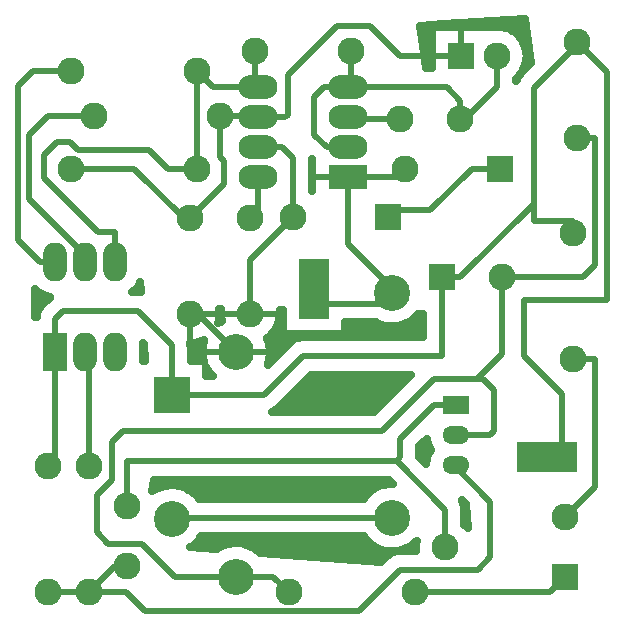
<source format=gbr>
G04 DipTrace 5.0.0.1*
G04 KocBottom.gbr*
%MOIN*%
G04 #@! TF.FileFunction,Copper,L2,Bot*
G04 #@! TF.Part,Single*
G04 #@! TA.AperFunction,CopperBalancing*
%ADD13C,0.02*%
%ADD14C,0.025*%
G04 #@! TA.AperFunction,ComponentPad*
%ADD15C,0.09*%
%ADD16R,0.09X0.09*%
%ADD17R,0.12X0.12*%
%ADD18C,0.12*%
%ADD19R,0.1X0.1*%
%ADD20R,0.13X0.08*%
%ADD21O,0.13X0.08*%
%ADD22R,0.09X0.06*%
%ADD23O,0.09X0.06*%
%ADD24R,0.08X0.13*%
%ADD25O,0.08X0.13*%
%FSLAX26Y26*%
G04*
G70*
G90*
G75*
G01*
G04 Bottom*
%LPD*%
X-852500Y628648D2*
G54D13*
Y518571D1*
X-862503Y508568D1*
X-365000Y612501D2*
Y510000D1*
X-471357Y403643D1*
X-487500D1*
X-862503Y508568D2*
X-941432D1*
X-975000Y475000D1*
Y350000D1*
X-933568Y308568D1*
X-862499D1*
X-862503Y508568D2*
X-533568D1*
X-487500Y462500D1*
Y403643D1*
X-1235007Y-1123995D2*
X-1111005D1*
X-1060000Y-1175000D1*
X-100004Y340000D2*
X-37500D1*
Y-82573D1*
X-79927Y-125000D1*
X-350000D1*
X-1235007Y-1123995D2*
X-1438505D1*
X-1550000Y-1012500D1*
X-1662500D1*
X-1700000Y-975000D1*
Y-850000D1*
X-1650000Y-800000D1*
Y-675000D1*
X-1612500Y-637500D1*
X-750000D1*
X-575000Y-462500D1*
X-433186D1*
X-412500D1*
X-375000Y-500000D1*
Y-637500D1*
X-387501Y-650001D1*
X-503500D1*
X-350000Y-125000D2*
Y-379314D1*
X-433186Y-462500D1*
X-1290000Y412530D2*
X-1166468D1*
X-1162501Y408563D1*
X-1290000Y412530D2*
Y277500D1*
X-1275000Y262500D1*
Y185000D1*
X-1387500Y72500D1*
X-1410000D1*
X-1574994Y237494D1*
X-1785000D1*
X-485000Y612498D2*
X-687498D1*
X-787500Y712500D1*
X-900000D1*
X-1062500Y550000D1*
Y417126D1*
X-1071063Y408563D1*
X-1162501D1*
X-1162497Y208563D2*
Y97503D1*
X-1187500Y72500D1*
X-1162499Y308563D2*
X-1083563D1*
X-1046199Y271199D1*
Y75000D1*
X-1387500Y-247500D2*
X-1187500D1*
Y-66301D1*
X-1046199Y75000D1*
X-1387500Y-247500D2*
X-1361501D1*
X-1235007Y-373995D1*
X-687500Y403643D2*
X-857576D1*
X-862501Y408568D1*
X-862497Y208568D2*
X-700128D1*
X-671199Y237497D1*
X-715007Y-175995D2*
Y-159993D1*
X-862497Y-12503D1*
Y208568D1*
X-975000Y-212500D2*
X-751512D1*
X-715007Y-175995D1*
X-975000Y-212500D2*
Y-112500D1*
X-728801Y75000D2*
Y100000D1*
X-587500D1*
X-449996Y237504D1*
X-353801D1*
X-1162503Y508563D2*
X-1311044D1*
X-1365000Y562519D1*
X-1172500Y628635D2*
Y518560D1*
X-1162503Y508563D1*
X-1365000Y562519D2*
Y237506D1*
X-1462506D1*
X-1525000Y300000D1*
X-1762500D1*
X-1787500Y325000D1*
X-1832573D1*
X-1875000Y282573D1*
Y204927D1*
X-1695073Y25000D1*
X-1637500D1*
Y-75000D1*
X-1710000Y412470D2*
X-1862530D1*
X-1925000Y350000D1*
Y137500D1*
X-1737500Y-50000D1*
Y-75000D1*
X-1785000Y562482D2*
X-1912518D1*
X-1962500Y512500D1*
Y0D1*
X-1887500Y-75000D1*
X-1837500D1*
Y-375000D2*
Y-727496D1*
X-1862504Y-752500D1*
X-1450005Y-518699D2*
Y-349995D1*
X-1562500Y-237500D1*
X-1812500D1*
X-1837500Y-262500D1*
Y-375000D1*
X-112500Y22500D2*
Y62500D1*
X-242570D1*
Y119930D1*
X-487500Y-125000D1*
X-550000D1*
Y-387500D1*
X-1012500D1*
X-1143699Y-518699D1*
X-1450005D1*
X-99996Y660000D2*
Y650004D1*
X-242570Y507430D1*
Y119930D1*
X-150000Y-724998D2*
Y-512500D1*
X-275000Y-387500D1*
Y-200000D1*
X0D1*
Y560004D1*
X-99996Y660000D1*
X-250000Y-725002D2*
X-150000D1*
Y-724998D1*
X-1862496Y-1172500D2*
X-1724996D1*
X-503497Y-750001D2*
Y-759003D1*
X-387497Y-875003D1*
Y-1057573D1*
X-429924Y-1100000D1*
X-687500D1*
X-825000Y-1237500D1*
X-1537500D1*
X-1602500Y-1172500D1*
X-1724996D1*
X-1600000Y-1087500D2*
X-1639996D1*
X-1724996Y-1172500D1*
X-1737500Y-375000D2*
X-1725004D1*
Y-752500D1*
X-537500Y-1025000D2*
Y-900001D1*
X-700000Y-737500D1*
X-1600000D1*
Y-887500D1*
X-700000Y-737500D2*
X-687500Y-725000D1*
Y-662500D1*
X-575001Y-550001D1*
X-503503D1*
X-640000Y-1175000D2*
X-187500D1*
X-137500Y-1125000D1*
X-112500Y-397500D2*
X-37500D1*
Y-825000D1*
X-137500Y-925000D1*
X-715007Y-925995D2*
X-1444689D1*
X-1449995Y-931301D1*
X-980497Y162501D2*
G54D14*
Y266404D1*
X-983197Y269101D1*
X-983199Y162496D1*
X-980496Y162500D1*
X-980462Y208566D2*
G54D13*
X-862497Y208568D1*
X-1111538Y-312369D2*
G54D14*
X-1080493D1*
X-869500D2*
X-676222D1*
X-1125659Y-337238D2*
X-1052988D1*
X-1120133Y-362106D2*
X-1078698D1*
X-1120259Y-386975D2*
X-1103567D1*
X-994987Y-461581D2*
X-671072D1*
X-1019854Y-486450D2*
X-690539D1*
X-1044722Y-511319D2*
X-715407D1*
X-1069591Y-536188D2*
X-740276D1*
X-1094458Y-561056D2*
X-765160D1*
X-1479029Y-809744D2*
X-719354D1*
X-1389013Y-834613D2*
X-783982D1*
X-1360252Y-859482D2*
X-808849D1*
X-1482827Y-823222D2*
X-1475173Y-821142D1*
X-1466110Y-819455D1*
X-1456941Y-818514D1*
X-1447724Y-818323D1*
X-1438522Y-818885D1*
X-1429398Y-820193D1*
X-1420411Y-822241D1*
X-1411619Y-825016D1*
X-1403084Y-828497D1*
X-1394861Y-832664D1*
X-1387004Y-837486D1*
X-1379567Y-842932D1*
X-1372598Y-848967D1*
X-1366146Y-855549D1*
X-1360249Y-862635D1*
X-1359996Y-862996D1*
X-808824Y-862995D1*
X-807517Y-861104D1*
X-801920Y-853780D1*
X-795744Y-846936D1*
X-789031Y-840618D1*
X-781827Y-834867D1*
X-774176Y-829724D1*
X-766133Y-825222D1*
X-757748Y-821390D1*
X-749080Y-818255D1*
X-740185Y-815836D1*
X-731122Y-814150D1*
X-721953Y-813209D1*
X-713555Y-813034D1*
X-726097Y-800499D1*
X-1480631Y-800500D1*
X-1482829Y-823171D1*
X-872000Y-295264D2*
Y-315500D1*
X-1078000D1*
Y-302896D1*
X-1107417Y-303987D1*
X-1109866Y-307307D1*
X-1115807Y-314314D1*
X-1122379Y-320734D1*
X-1129522Y-326510D1*
X-1131787Y-328014D1*
X-1131202Y-329344D1*
X-1130031Y-332171D1*
X-1128937Y-335029D1*
X-1127921Y-337916D1*
X-1126983Y-340828D1*
X-1126125Y-343766D1*
X-1125346Y-346726D1*
X-1124648Y-349705D1*
X-1124030Y-352702D1*
X-1123495Y-355715D1*
X-1123041Y-358741D1*
X-1122669Y-361780D1*
X-1122379Y-364825D1*
X-1122172Y-367879D1*
X-1122049Y-370937D1*
X-1122007Y-373995D1*
X-1122049Y-377056D1*
X-1122172Y-380114D1*
X-1122379Y-383168D1*
X-1122669Y-386214D1*
X-1123041Y-389252D1*
X-1123496Y-392278D1*
X-1124031Y-395291D1*
X-1124648Y-398289D1*
X-1125348Y-401268D1*
X-1126126Y-404227D1*
X-1126984Y-407164D1*
X-1127923Y-410077D1*
X-1128938Y-412965D1*
X-1130114Y-416018D1*
X-1057047Y-342953D1*
X-1050102Y-336953D1*
X-1042358Y-332025D1*
X-1033982Y-328276D1*
X-1025148Y-325782D1*
X-1016038Y-324600D1*
X-1003249Y-324500D1*
X-673304D1*
X-674560Y-287963D1*
X-781320Y-291909D1*
X-872000Y-295268D1*
X-1099131Y-563227D2*
X-986407Y-450500D1*
X-668955Y-450493D1*
X-668399Y-466804D1*
X-776096Y-574500D1*
X-1114448D1*
X-1112564Y-573469D1*
X-1104930Y-568357D1*
X-1099131Y-563227D1*
X-1122042Y-373995D2*
G54D13*
X-1235007D1*
X-1565430Y-161713D2*
G54D14*
X-1556042D1*
X-1902402Y-186581D2*
X-1873958D1*
X-1903066Y-211450D2*
X-1878049D1*
X-1544677Y-405699D2*
X-1539976D1*
X-1543308Y-345789D1*
X-1544667Y-344429D1*
X-1544500Y-350000D1*
Y-400000D1*
X-1544782Y-405705D1*
X-1906753Y-257000D2*
X-1900259D1*
X-1899832Y-253346D1*
X-1897840Y-244387D1*
X-1894568Y-235811D1*
X-1890084Y-227803D1*
X-1884479Y-220525D1*
X-1875798Y-211702D1*
X-1857041Y-192946D1*
X-1856633Y-191010D1*
X-1865514Y-188680D1*
X-1874123Y-185486D1*
X-1882375Y-181457D1*
X-1890189Y-176634D1*
X-1897491Y-171064D1*
X-1904331Y-164661D1*
X-1906759Y-257005D1*
X-1554631Y-142022D2*
X-1555614Y-144087D1*
X-1560361Y-151948D1*
X-1565860Y-159302D1*
X-1572058Y-166077D1*
X-1578892Y-172209D1*
X-1582025Y-174504D1*
X-1562500Y-174500D1*
X-1553337Y-175171D1*
X-1553268Y-166528D1*
X-1554619Y-142190D1*
X-626996Y-249869D2*
X-615507D1*
X-1090853Y-274738D2*
X-1080493D1*
X-657568D2*
X-615507D1*
X-1101995Y-299606D2*
X-1080493D1*
X-869501D2*
X-615507D1*
X-1124350Y-324475D2*
X-615507D1*
X-1384510Y-349344D2*
X-1347777D1*
X-1122234D2*
X-1065944D1*
X-1384510Y-374213D2*
X-1350504D1*
X-1119507D2*
X-1090811D1*
X-1384510Y-399081D2*
X-1347688D1*
X-1334507Y-448819D2*
X-1322192D1*
X-1007098Y-473688D2*
X-677783D1*
X-1031966Y-498556D2*
X-702651D1*
X-1056835Y-523425D2*
X-727520D1*
X-1081702Y-548294D2*
X-752387D1*
X-1109530Y-573163D2*
X-777255D1*
X-622008Y-697507D2*
X-589060D1*
X-622008Y-722375D2*
X-599269D1*
X-1509908Y-821850D2*
X-1480602D1*
X-1419390D2*
X-761358D1*
X-1372562Y-846719D2*
X-798031D1*
X-1354799Y-995932D2*
X-806268D1*
X-1378518Y-1020801D2*
X-1283545D1*
X-1186466D2*
X-778995D1*
X-651020D2*
X-637916D1*
X-1125283Y-1045669D2*
X-721886D1*
X-809089Y-1070538D2*
X-749642D1*
X-1387003Y-405699D2*
X-1343475D1*
X-1344667Y-401264D1*
X-1345365Y-398285D1*
X-1345983Y-395287D1*
X-1346518Y-392274D1*
X-1346972Y-389248D1*
X-1347344Y-386210D1*
X-1347634Y-383164D1*
X-1347841Y-380110D1*
X-1347965Y-377052D1*
X-1348007Y-373993D1*
X-1347965Y-370933D1*
X-1347841Y-367875D1*
X-1347634Y-364822D1*
X-1347344Y-361776D1*
X-1346972Y-358738D1*
X-1346517Y-355711D1*
X-1345982Y-352698D1*
X-1345365Y-349701D1*
X-1344665Y-346722D1*
X-1343887Y-343762D1*
X-1343029Y-340825D1*
X-1342091Y-337912D1*
X-1341075Y-335025D1*
X-1340486Y-333488D1*
X-1342530Y-334573D1*
X-1345274Y-335936D1*
X-1348059Y-337213D1*
X-1350882Y-338402D1*
X-1353741Y-339501D1*
X-1356633Y-340512D1*
X-1359555Y-341432D1*
X-1362504Y-342259D1*
X-1365479Y-342993D1*
X-1368474Y-343635D1*
X-1371488Y-344182D1*
X-1374517Y-344636D1*
X-1377559Y-344995D1*
X-1380612Y-345257D1*
X-1383671Y-345425D1*
X-1387167Y-345493D1*
X-1387105Y-346457D1*
X-1387005Y-359367D1*
Y-405702D1*
X-1337005Y-422627D2*
Y-455696D1*
X-1313060Y-455699D1*
X-1314911Y-453896D1*
X-1317045Y-451703D1*
X-1319119Y-449454D1*
X-1321133Y-447148D1*
X-1323081Y-444789D1*
X-1324966Y-442378D1*
X-1326785Y-439917D1*
X-1328537Y-437407D1*
X-1330219Y-434852D1*
X-1331832Y-432251D1*
X-1333374Y-429608D1*
X-1334844Y-426924D1*
X-1336241Y-424201D1*
X-1337004Y-422608D1*
X-1352944Y-989001D2*
X-1354915Y-992364D1*
X-1360209Y-999911D1*
X-1366100Y-1007001D1*
X-1372549Y-1013587D1*
X-1379513Y-1019626D1*
X-1386948Y-1025077D1*
X-1387247Y-1025261D1*
X-1300727Y-1032067D1*
X-1298182Y-1030304D1*
X-1290336Y-1025467D1*
X-1282121Y-1021285D1*
X-1273592Y-1017786D1*
X-1264807Y-1014995D1*
X-1255823Y-1012929D1*
X-1246701Y-1011601D1*
X-1237501Y-1011022D1*
X-1228285Y-1011194D1*
X-1219113Y-1012118D1*
X-1210046Y-1013786D1*
X-1201147Y-1016188D1*
X-1192471Y-1019306D1*
X-1184080Y-1023121D1*
X-1176028Y-1027608D1*
X-1168367Y-1032736D1*
X-1161151Y-1038471D1*
X-1155824Y-1043465D1*
X-751833Y-1075239D1*
X-732047Y-1055453D1*
X-725102Y-1049453D1*
X-717358Y-1044525D1*
X-708982Y-1040776D1*
X-700148Y-1038282D1*
X-691038Y-1037100D1*
X-678301Y-1037000D1*
X-634764D1*
X-635391Y-1029597D1*
X-635392Y-1020411D1*
X-634531Y-1011264D1*
X-633129Y-1003869D1*
X-637560Y-1008281D1*
X-644525Y-1014320D1*
X-651959Y-1019772D1*
X-659812Y-1024598D1*
X-668033Y-1028769D1*
X-676567Y-1032256D1*
X-685356Y-1035035D1*
X-694343Y-1037089D1*
X-703466Y-1038404D1*
X-712667Y-1038971D1*
X-721883Y-1038785D1*
X-731054Y-1037849D1*
X-740118Y-1036169D1*
X-749014Y-1033756D1*
X-757685Y-1030625D1*
X-766071Y-1026798D1*
X-774118Y-1022301D1*
X-781770Y-1017163D1*
X-788980Y-1011417D1*
X-795697Y-1005104D1*
X-801875Y-998262D1*
X-807478Y-990942D1*
X-808728Y-988996D1*
X-1352828Y-988995D1*
X-1514462Y-838592D2*
X-1509164Y-835030D1*
X-1501121Y-830528D1*
X-1492736Y-826696D1*
X-1484068Y-823560D1*
X-1475173Y-821142D1*
X-1466110Y-819455D1*
X-1456941Y-818514D1*
X-1447724Y-818323D1*
X-1438522Y-818885D1*
X-1429398Y-820193D1*
X-1420411Y-822241D1*
X-1411619Y-825016D1*
X-1403084Y-828497D1*
X-1394861Y-832664D1*
X-1387004Y-837486D1*
X-1379567Y-842932D1*
X-1372598Y-848967D1*
X-1366146Y-855549D1*
X-1360249Y-862635D1*
X-1359996Y-862996D1*
X-808824Y-862995D1*
X-807517Y-861104D1*
X-801920Y-853780D1*
X-795744Y-846936D1*
X-789031Y-840618D1*
X-781827Y-834867D1*
X-774176Y-829724D1*
X-766133Y-825222D1*
X-757748Y-821390D1*
X-749080Y-818255D1*
X-740185Y-815836D1*
X-731122Y-814150D1*
X-721953Y-813209D1*
X-713555Y-813034D1*
X-726097Y-800499D1*
X-1509769Y-800500D1*
X-1514449Y-838480D1*
X-872000Y-275491D2*
Y-315500D1*
X-1078000D1*
Y-235056D1*
X-1090328Y-234726D1*
X-1089930Y-238322D1*
X-1089692Y-241375D1*
X-1089549Y-244436D1*
X-1089500Y-247500D1*
X-1089547Y-250562D1*
X-1089692Y-253622D1*
X-1089930Y-256676D1*
X-1090265Y-259720D1*
X-1090694Y-262753D1*
X-1091218Y-265772D1*
X-1091836Y-268772D1*
X-1092549Y-271752D1*
X-1093353Y-274707D1*
X-1094249Y-277636D1*
X-1095236Y-280537D1*
X-1096314Y-283404D1*
X-1097480Y-286236D1*
X-1098735Y-289031D1*
X-1100076Y-291785D1*
X-1101504Y-294496D1*
X-1103014Y-297160D1*
X-1104608Y-299777D1*
X-1106282Y-302343D1*
X-1108035Y-304854D1*
X-1109867Y-307310D1*
X-1111774Y-309706D1*
X-1113756Y-312043D1*
X-1115808Y-314316D1*
X-1117932Y-316524D1*
X-1120123Y-318665D1*
X-1122381Y-320736D1*
X-1124702Y-322735D1*
X-1127084Y-324661D1*
X-1129525Y-326512D1*
X-1131752Y-328093D1*
X-1131202Y-329344D1*
X-1130031Y-332171D1*
X-1128937Y-335029D1*
X-1127921Y-337916D1*
X-1126983Y-340828D1*
X-1126125Y-343766D1*
X-1125346Y-346726D1*
X-1124648Y-349705D1*
X-1124030Y-352702D1*
X-1123495Y-355715D1*
X-1123041Y-358741D1*
X-1122669Y-361780D1*
X-1122379Y-364825D1*
X-1122172Y-367879D1*
X-1122049Y-370937D1*
X-1122007Y-373995D1*
X-1122049Y-377056D1*
X-1122172Y-380114D1*
X-1122379Y-383168D1*
X-1122669Y-386214D1*
X-1123041Y-389252D1*
X-1123496Y-392278D1*
X-1124031Y-395291D1*
X-1124648Y-398289D1*
X-1125348Y-401268D1*
X-1126126Y-404227D1*
X-1126984Y-407164D1*
X-1127923Y-410077D1*
X-1128938Y-412965D1*
X-1130114Y-416018D1*
X-1057047Y-342953D1*
X-1050102Y-336953D1*
X-1042358Y-332025D1*
X-1033982Y-328276D1*
X-1025148Y-325782D1*
X-1016038Y-324600D1*
X-1003249Y-324500D1*
X-613000D1*
Y-247621D1*
X-627303Y-247240D1*
X-631112Y-251696D1*
X-637560Y-258281D1*
X-644525Y-264320D1*
X-651959Y-269772D1*
X-659812Y-274598D1*
X-668033Y-278769D1*
X-676567Y-282256D1*
X-685356Y-285035D1*
X-694343Y-287089D1*
X-703466Y-288404D1*
X-712667Y-288971D1*
X-721883Y-288785D1*
X-731054Y-287849D1*
X-740118Y-286169D1*
X-749014Y-283756D1*
X-757685Y-280625D1*
X-766071Y-276798D1*
X-768390Y-275503D1*
X-872003Y-275500D1*
X-1289547Y-250562D2*
X-1289692Y-253622D1*
X-1289930Y-256676D1*
X-1290265Y-259720D1*
X-1290694Y-262753D1*
X-1291218Y-265772D1*
X-1291836Y-268772D1*
X-1292549Y-271752D1*
X-1293353Y-274707D1*
X-1294306Y-277803D1*
X-1290619Y-275627D1*
X-1287936Y-274157D1*
X-1285213Y-272760D1*
X-1282525Y-271472D1*
X-1283484Y-267277D1*
X-1284055Y-264268D1*
X-1284531Y-261241D1*
X-1284913Y-258202D1*
X-1285201Y-255152D1*
X-1285392Y-252094D1*
X-1285488Y-249033D1*
Y-245970D1*
X-1285392Y-242908D1*
X-1285201Y-239850D1*
X-1284915Y-236801D1*
X-1284533Y-233761D1*
X-1284055Y-230735D1*
X-1283820Y-229497D1*
X-1291206Y-229297D1*
X-1290694Y-232244D1*
X-1290265Y-235277D1*
X-1289930Y-238322D1*
X-1289692Y-241375D1*
X-1289549Y-244436D1*
X-1289500Y-247500D1*
X-1289547Y-250562D1*
X-474730Y-894631D2*
X-476177Y-885559D1*
X-476625Y-883777D1*
X-477123Y-882009D1*
X-477675Y-880256D1*
X-478276Y-878520D1*
X-478927Y-876802D1*
X-479629Y-875104D1*
X-480379Y-873428D1*
X-481178Y-871773D1*
X-482025Y-870143D1*
X-482735Y-868860D1*
X-469517Y-882080D1*
X-462789Y-961745D1*
X-465812Y-958180D1*
X-472385Y-951761D1*
X-474499Y-950051D1*
X-474500Y-900028D1*
X-474730Y-894631D1*
X-584675Y-699908D2*
X-588165Y-695119D1*
X-592723Y-687148D1*
X-596373Y-678723D1*
X-599068Y-669946D1*
X-600148Y-664247D1*
X-624504Y-688600D1*
X-624500Y-723898D1*
X-601442Y-746963D1*
X-601167Y-742594D1*
X-599843Y-733508D1*
X-597522Y-724625D1*
X-594236Y-716051D1*
X-590024Y-707894D1*
X-584934Y-700251D1*
X-584732Y-700010D1*
X-1099131Y-563227D2*
X-986407Y-450500D1*
X-652097Y-450501D1*
X-776096Y-574500D1*
X-1114448D1*
X-1112564Y-573469D1*
X-1104930Y-568357D1*
X-1099131Y-563227D1*
X-1387500Y-247500D2*
G54D13*
X-1289535D1*
X-1387500Y-345465D2*
Y-247500D1*
X-1285465D2*
X-1089535D1*
X-1122042Y-373995D2*
X-1347971D1*
X-620608Y712631D2*
G54D14*
X-272041D1*
X-617055Y687762D2*
X-585507D1*
X-299731D2*
X-268308D1*
X-613503Y662894D2*
X-585507D1*
X-278451D2*
X-264576D1*
X-609950Y638025D2*
X-585507D1*
X-606396Y613156D2*
X-585507D1*
X-602844Y588287D2*
X-585507D1*
X-267542D2*
X-253381D1*
X-579938Y710499D2*
X-387000D1*
Y708001D1*
X-385529Y708328D1*
X-376466Y709829D1*
X-367302Y710475D1*
X-358117Y710260D1*
X-348993Y709185D1*
X-340009Y707262D1*
X-331245Y704505D1*
X-322780Y700941D1*
X-314682Y696598D1*
X-307029Y691517D1*
X-299885Y685741D1*
X-293312Y679322D1*
X-287370Y672315D1*
X-282110Y664783D1*
X-277579Y656791D1*
X-273816Y648411D1*
X-270854Y639714D1*
X-268719Y630778D1*
X-267430Y621682D1*
X-267000Y612501D1*
X-267430Y603329D1*
X-268718Y594232D1*
X-270852Y585297D1*
X-273812Y576600D1*
X-277576Y568219D1*
X-282106Y560227D1*
X-287366Y552694D1*
X-293307Y545688D1*
X-299879Y539268D1*
X-302007Y537547D1*
X-302000Y528343D1*
X-299638Y534119D1*
X-295154Y542127D1*
X-289549Y549406D1*
X-280636Y558459D1*
X-250879Y588217D1*
X-261867Y661514D1*
X-273154Y736756D1*
X-545577Y718600D1*
X-623211Y713425D1*
X-613483Y645265D1*
X-602954Y571563D1*
X-583005Y571568D1*
X-583000Y658417D1*
Y710499D1*
X-579938D1*
X-485003Y710462D2*
G54D13*
X-485000Y612499D1*
X-582965Y612495D2*
X-485000Y612499D1*
G54D15*
X-687500Y403643D3*
X-487500D3*
X-1600000Y-887500D3*
Y-1087500D3*
G54D16*
X-550000Y-125000D3*
G54D15*
X-350000D3*
G54D16*
X-353801Y237503D3*
G54D15*
X-671199Y237497D3*
G54D16*
X-728801Y75000D3*
G54D15*
X-1046199D3*
G54D17*
X-1450005Y-518699D3*
G54D18*
X-1449995Y-931301D3*
G54D16*
X-485000Y612498D3*
G54D15*
X-365000Y612502D3*
G54D19*
X-150000Y-724998D3*
X-250000Y-725002D3*
X-975000Y-112500D3*
Y-212500D3*
G54D15*
X-1387500Y-247500D3*
Y72500D3*
X-1187500Y-247500D3*
Y72500D3*
X-1785000Y237494D3*
X-1365000Y237506D3*
X-1710000Y412470D3*
X-1290000Y412530D3*
X-1172500Y628635D3*
X-852500Y628649D3*
X-1785000Y562481D3*
X-1365000Y562519D3*
X-1862496Y-1172500D3*
X-1862504Y-752500D3*
X-1724996Y-1172500D3*
X-1725004Y-752500D3*
X-112500Y-397500D3*
Y22500D3*
X-640000Y-1175000D3*
X-1060000D3*
X-100004Y340000D3*
X-99996Y660000D3*
G54D16*
X-137499Y-1125000D3*
G54D15*
X-537499Y-1025000D3*
X-137499Y-925000D3*
G54D18*
X-1235007Y-373995D3*
X-715007Y-925995D3*
Y-175995D3*
X-1235007Y-1123995D3*
G54D20*
X-862497Y208568D3*
G54D21*
X-862499Y308568D3*
X-862501Y408568D3*
X-862503Y508568D3*
X-1162503Y508563D3*
X-1162501Y408563D3*
X-1162499Y308563D3*
X-1162497Y208563D3*
G54D22*
X-503503Y-550001D3*
G54D23*
X-503500Y-650001D3*
X-503497Y-750001D3*
G54D24*
X-1837500Y-375000D3*
G54D25*
X-1737500D3*
X-1637500D3*
Y-75000D3*
X-1737500D3*
X-1837500D3*
M02*

</source>
